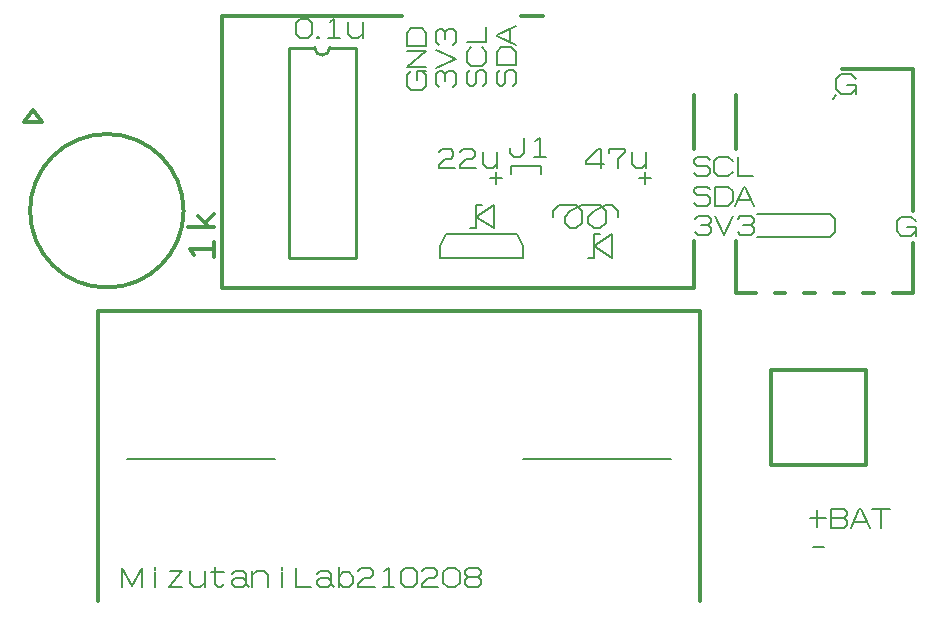
<source format=gto>
G71*G90*G75*D02*
%ASAXBY*OFA0B0*MOMM*FSLAX43Y43*IPPOS*%
%ADD12C,0.200*%
%ADD13C,0.250*%
%ADD14C,0.300*%
G54D13*
G01X44133Y67310D02*
X46355D01*
X44133D02*
Y49530D01*
X49848D01*
Y67310D01*
X47625D01*
G02X46355Y67310I-635J0D01*
G54D14*
G01X38540Y70000D02*
Y47000D01*
X35250Y53500D02*
G02X22250Y53500I-6500J0D01*
X35250Y53500I6500J0D01*
G01X85000Y32000D02*
X93000D01*
Y40000D01*
X85000D01*
Y32000D01*
X37844Y49625D02*
Y50875D01*
Y50250D02*
X35812D01*
X36125Y49781D01*
X37844Y52125D02*
X35656D01*
X36438Y53062D02*
X37375Y52125D01*
X37062Y52438D02*
X37844Y53219D01*
X22500Y62000D02*
X21750Y61000D01*
X23250D01*
X22500Y62000D01*
G54D12*
X70000Y50500D02*
X71500Y51500D01*
Y49500D01*
X70000Y50500D01*
X70500Y51500D02*
X70000D01*
Y49500D01*
X69500D01*
X61500Y54000D02*
Y52000D01*
X60000Y53000D01*
X61500Y54000D01*
X60500D02*
X60000D01*
Y52000D01*
X59500D01*
X57000Y49500D02*
X64000D01*
Y50500D01*
X63500Y51500D01*
X57500D01*
X57000Y50500D01*
Y49500D01*
X68500Y54000D02*
X69000Y53500D01*
Y52500D01*
X68500Y52000D01*
X68000D01*
X67500Y52500D01*
Y53000D01*
X68000Y53500D01*
X69000Y54000D01*
X70000D01*
X70500D01*
X71000Y53500D01*
Y52500D01*
X70500Y52000D01*
X70000D01*
X69500Y52500D01*
Y53000D01*
X70000Y53500D01*
X71000Y54000D01*
X71500D01*
X72000Y53500D01*
Y53000D01*
X66500D02*
Y53500D01*
X67000Y54000D01*
X68500D01*
X44750Y68500D02*
X45125Y68125D01*
X45750D01*
X46125Y68500D01*
Y69375D01*
X45750Y69750D01*
X45125D01*
X44750Y69375D01*
Y68500D01*
X46550Y68125D02*
X46675D01*
Y68250D01*
X46550D01*
Y68125D01*
X46612D02*
Y68250D01*
X47500Y68125D02*
X48500D01*
X48000D02*
Y69750D01*
X47625Y69500D01*
X49175D02*
Y68500D01*
X49550Y68125D01*
X50050D01*
X50425Y68500D01*
Y68125D02*
Y69500D01*
X88875Y26750D02*
Y28125D01*
X88250Y27500D02*
X89625D01*
X90050D02*
X91175D01*
X91425Y27750D01*
Y28000D01*
X91175Y28250D01*
X90050D01*
Y26625D01*
X91175D01*
X91425Y26875D01*
Y27250D01*
X91175Y27500D01*
X93100Y27125D02*
X91975D01*
X91725Y26625D02*
X92475Y28250D01*
X92600D01*
X93350Y26625D01*
X94275D02*
Y28250D01*
X93525D02*
X95025D01*
X88500Y25000D02*
X89500D01*
G54D14*
X38540Y47000D02*
X78500D01*
G54D12*
X78550Y51675D02*
X78800Y51425D01*
X79675D01*
X79925Y51675D01*
Y52050D01*
X79675Y52300D01*
X79050D01*
X79675D02*
X79925Y52550D01*
Y52800D01*
X79675Y53050D01*
X78800D01*
X78550Y52800D01*
X80225Y53050D02*
X80975Y51425D01*
X81725Y53050D01*
X82150Y51675D02*
X82400Y51425D01*
X83275D01*
X83525Y51675D01*
Y52050D01*
X83275Y52300D01*
X82650D01*
X83275D02*
X83525Y52550D01*
Y52800D01*
X83275Y53050D01*
X82400D01*
X82150Y52800D01*
X78450Y54175D02*
X78700Y53925D01*
X79575D01*
X79825Y54175D01*
Y54550D01*
X79575Y54800D01*
X78700D01*
X78450Y55050D01*
Y55300D01*
X78700Y55550D01*
X79575D01*
X79825Y55300D01*
X80250Y53925D02*
X81375D01*
X81750Y54300D01*
Y55175D01*
X81375Y55550D01*
X80250D01*
Y53925D01*
X83300Y54425D02*
X82175D01*
X81925Y53925D02*
X82675Y55550D01*
X82800D01*
X83550Y53925D01*
X78450Y56675D02*
X78700Y56425D01*
X79575D01*
X79825Y56675D01*
Y57050D01*
X79575Y57300D01*
X78700D01*
X78450Y57550D01*
Y57800D01*
X78700Y58050D01*
X79575D01*
X79825Y57800D01*
X81750Y56800D02*
X81375Y56425D01*
X80500D01*
X80125Y56800D01*
Y57675D01*
X80500Y58050D01*
X81375D01*
X81750Y57675D01*
X83425Y56425D02*
X82175D01*
Y58050D01*
G54D14*
X82000Y46500D02*
Y50900D01*
X78500Y47000D02*
Y50900D01*
G54D12*
X96500Y52125D02*
X97250D01*
Y51375D01*
Y51750D02*
X96875Y51375D01*
X96000D01*
X95625Y51750D01*
Y52625D01*
X96000Y53000D01*
X96875D01*
X97250Y52625D01*
G54D14*
X97000Y65500D02*
Y53500D01*
Y50750D02*
Y46500D01*
G54D12*
X90000Y53200D02*
X83800D01*
X90400Y52800D02*
X90000Y53200D01*
X83800Y51300D02*
X90000D01*
X90400Y51700D02*
Y52800D01*
X90000Y51300D02*
X90400Y51700D01*
X63000Y56600D02*
Y57300D01*
X65500D01*
Y56600D01*
X62850Y58775D02*
Y58400D01*
X63225Y58025D01*
X63725D01*
X64100Y58400D01*
Y59650D01*
X64900Y58025D02*
X65900D01*
X65400D02*
Y59650D01*
X65025Y59400D01*
X56850Y58500D02*
X57100Y58750D01*
X57850D01*
X58100Y58500D01*
Y58125D01*
X57850Y57875D01*
X57350D01*
X56850Y57375D01*
Y57125D01*
X58225D01*
X58650Y58500D02*
X58900Y58750D01*
X59650D01*
X59900Y58500D01*
Y58125D01*
X59650Y57875D01*
X59150D01*
X58650Y57375D01*
Y57125D01*
X60025D01*
X60575Y58500D02*
Y57500D01*
X60950Y57125D01*
X61450D01*
X61825Y57500D01*
Y57125D02*
Y58500D01*
X61700Y56800D02*
Y55800D01*
X61200Y56300D02*
X62200D01*
X70575Y57125D02*
Y58750D01*
X70325D01*
X69325Y57750D01*
Y57500D01*
X70825D01*
X72000Y57125D02*
Y57875D01*
X72625Y58500D01*
Y58750D01*
X71250D01*
Y58375D01*
X73175Y58500D02*
Y57500D01*
X73550Y57125D01*
X74050D01*
X74425Y57500D01*
Y57125D02*
Y58500D01*
X74300Y56800D02*
Y55800D01*
X73800Y56300D02*
X74800D01*
G54D14*
X53700Y70000D02*
X38540D01*
X82000Y58700D02*
Y63300D01*
X91000Y65500D02*
X97000D01*
G54D12*
X91400Y64175D02*
X92150D01*
Y63425D01*
Y63800D02*
X91775Y63425D01*
X90900D01*
X90525Y63800D01*
Y64675D01*
X90900Y65050D01*
X91775D01*
X92150Y64675D01*
G54D14*
X65700Y70000D02*
X63800D01*
X78500Y58700D02*
Y63300D01*
X83700Y46500D02*
X82000D01*
X86200D02*
X85300D01*
X88700D02*
X87800D01*
X91200D02*
X90300D01*
X93700D02*
X92800D01*
X97000D02*
X95300D01*
G54D12*
X90200Y63000D02*
X90500Y63300D01*
X60625Y64050D02*
X60875Y64300D01*
Y65175D01*
X60625Y65425D01*
X60250D01*
X60000Y65175D01*
Y64300D01*
X59750Y64050D01*
X59500D01*
X59250Y64300D01*
Y65175D01*
X59500Y65425D01*
X60500Y67350D02*
X60875Y66975D01*
Y66100D01*
X60500Y65725D01*
X59625D01*
X59250Y66100D01*
Y66975D01*
X59625Y67350D01*
X60875Y69025D02*
Y67775D01*
X59250D01*
X63125Y64050D02*
X63375Y64300D01*
Y65175D01*
X63125Y65425D01*
X62750D01*
X62500Y65175D01*
Y64300D01*
X62250Y64050D01*
X62000D01*
X61750Y64300D01*
Y65175D01*
X62000Y65425D01*
X63375Y65850D02*
Y66975D01*
X63000Y67350D01*
X62125D01*
X61750Y66975D01*
Y65850D01*
X63375D01*
X62875Y68900D02*
Y67775D01*
X63375Y67525D02*
X61750Y68275D01*
Y68400D01*
X63375Y69150D01*
X55025Y64600D02*
Y65350D01*
X55775D01*
X55400D02*
X55775Y64975D01*
Y64100D01*
X55400Y63725D01*
X54525D01*
X54150Y64100D01*
Y64975D01*
X54525Y65350D01*
X55775Y65650D02*
X54150D01*
X55775Y67025D01*
X54150D01*
X55775Y67450D02*
Y68575D01*
X55400Y68950D01*
X54525D01*
X54150Y68575D01*
Y67450D01*
X55775D01*
X58025Y63950D02*
X58275Y64200D01*
Y65075D01*
X58025Y65325D01*
X57650D01*
X57400Y65075D01*
Y64450D01*
Y65075D02*
X57150Y65325D01*
X56900D01*
X56650Y65075D01*
Y64200D01*
X56900Y63950D01*
X56650Y65625D02*
X58275Y66375D01*
X56650Y67125D01*
X58025Y67550D02*
X58275Y67800D01*
Y68675D01*
X58025Y68925D01*
X57650D01*
X57400Y68675D01*
Y68050D01*
Y68675D02*
X57150Y68925D01*
X56900D01*
X56650Y68675D01*
Y67800D01*
X56900Y67550D01*
G54D14*
X28000Y45000D02*
Y20500D01*
G54D12*
X30000Y21625D02*
Y23250D01*
X30875Y21750D01*
X31750Y23250D01*
Y21625D01*
X32800D02*
Y22875D01*
Y23125D02*
Y23375D01*
X34100Y23000D02*
X35100D01*
X33975Y21625D01*
X35100D01*
X35775Y23000D02*
Y22000D01*
X36150Y21625D01*
X36650D01*
X37025Y22000D01*
Y21625D02*
Y23000D01*
X38700Y21875D02*
X38450Y21625D01*
X38200D01*
X37950Y21875D01*
Y23375D01*
X37575Y22875D02*
X38700D01*
X39375Y22750D02*
X39625Y23000D01*
X40250D01*
X40500Y22750D01*
Y21875D01*
X40750Y21625D02*
X40500Y21875D01*
X40250Y21625D01*
X39562D01*
X39312Y21875D01*
Y22188D01*
X39562Y22438D01*
X40250D01*
X40500Y22188D01*
X41050Y21625D02*
Y23000D01*
Y22625D02*
X41425Y23000D01*
X42050D01*
X42425Y22625D01*
Y21625D01*
X43600D02*
Y22875D01*
Y23125D02*
Y23375D01*
X46025Y21625D02*
X44775D01*
Y23250D01*
X46575Y22750D02*
X46825Y23000D01*
X47450D01*
X47700Y22750D01*
Y21875D01*
X47950Y21625D02*
X47700Y21875D01*
X47450Y21625D01*
X46762D01*
X46512Y21875D01*
Y22188D01*
X46762Y22438D01*
X47450D01*
X47700Y22188D01*
X48375Y21625D02*
Y23375D01*
Y22500D02*
X48750Y22875D01*
X49250D01*
X49625Y22500D01*
Y22000D01*
X49250Y21625D01*
X48750D01*
X48375Y22000D01*
X50050Y23000D02*
X50300Y23250D01*
X51050D01*
X51300Y23000D01*
Y22625D01*
X51050Y22375D01*
X50550D01*
X50050Y21875D01*
Y21625D01*
X51425D01*
X52100D02*
X53100D01*
X52600D02*
Y23250D01*
X52225Y23000D01*
X53650Y22000D02*
X54025Y21625D01*
X54650D01*
X55025Y22000D01*
Y22875D01*
X54650Y23250D01*
X54025D01*
X53650Y22875D01*
Y22000D01*
X55450Y23000D02*
X55700Y23250D01*
X56450D01*
X56700Y23000D01*
Y22625D01*
X56450Y22375D01*
X55950D01*
X55450Y21875D01*
Y21625D01*
X56825D01*
X57250Y22000D02*
X57625Y21625D01*
X58250D01*
X58625Y22000D01*
Y22875D01*
X58250Y23250D01*
X57625D01*
X57250Y22875D01*
Y22000D01*
X59300Y22500D02*
X59050Y22250D01*
Y21875D01*
X59300Y21625D01*
X60175D01*
X60425Y21875D01*
Y22250D01*
X60175Y22500D01*
X59300D01*
X59050Y22750D01*
Y23000D01*
X59300Y23250D01*
X60175D01*
X60425Y23000D01*
Y22750D01*
X60175Y22500D01*
G54D14*
X28000Y45000D02*
X79000D01*
Y20500D01*
G54D12*
X30500Y32500D02*
X43000D01*
X64000D02*
X76500D01*
G01X0Y0D02*
M02*

</source>
